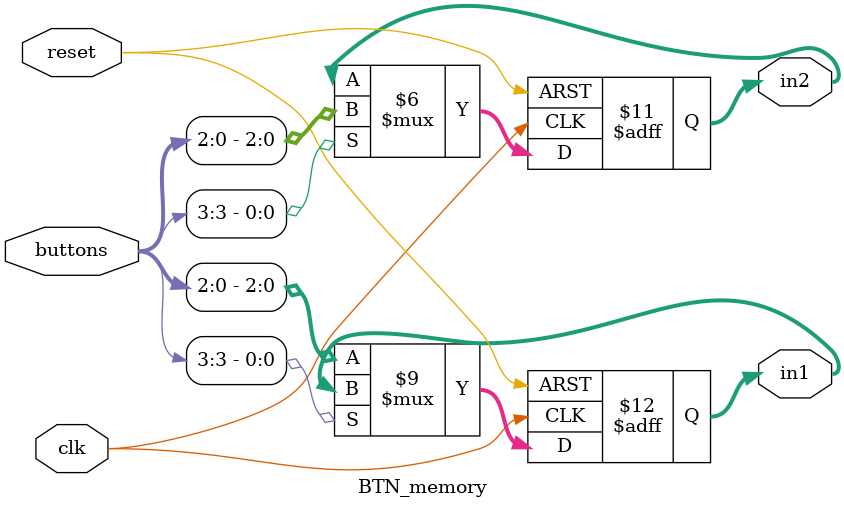
<source format=v>
`timescale 1ns / 1ps
module BTN_memory(
    input [3:0] buttons,
    input clk,
		input reset,
		output reg [2:0] in1,
		output reg [2:0] in2
    );

// Module to convert 4 binary switches to three 3-digit numbers by using switch[3] as a selector. 

always @(posedge clk or posedge reset)
begin
	if(reset)
	begin
		in1 <= 3'b000;
	end
	else
	begin
		if(buttons[3] == 1'b0)
		begin
			in1 <= buttons[2:0];
		end
		else
		begin
			in1 <= in1;
		end
	end		
end

always @(posedge clk or posedge reset)
begin
	if(reset)
	begin
		in2 <= 3'b000;
	end
	else
	begin
		if(buttons[3] == 1'b1)
		begin
			in2 <= buttons[2:0];
		end
		else
		begin
			in2 <= in2;
		end
	end		
end

endmodule


</source>
